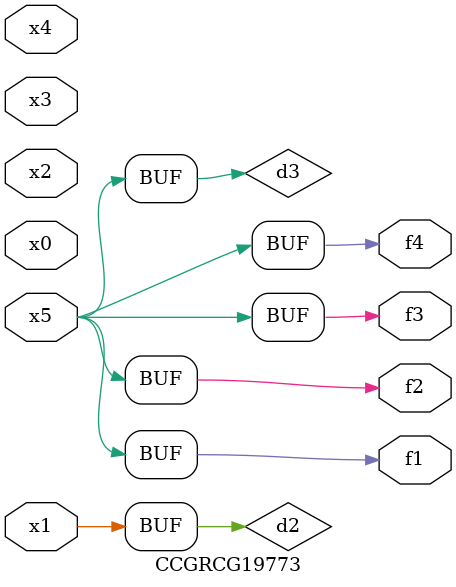
<source format=v>
module CCGRCG19773(
	input x0, x1, x2, x3, x4, x5,
	output f1, f2, f3, f4
);

	wire d1, d2, d3;

	not (d1, x5);
	or (d2, x1);
	xnor (d3, d1);
	assign f1 = d3;
	assign f2 = d3;
	assign f3 = d3;
	assign f4 = d3;
endmodule

</source>
